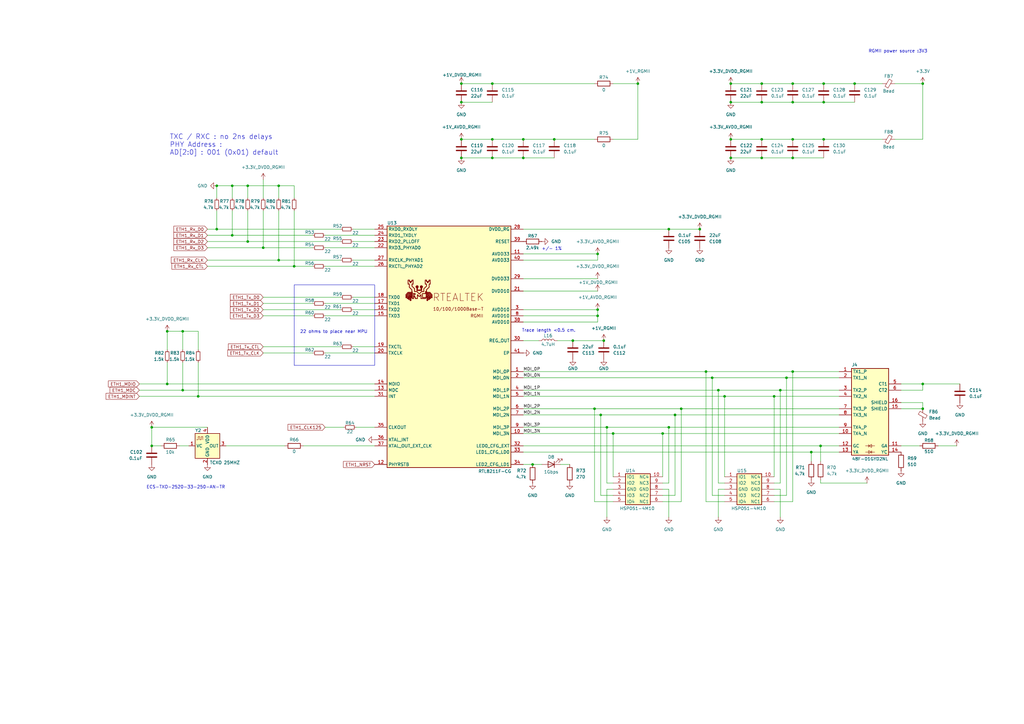
<source format=kicad_sch>
(kicad_sch (version 20250114) (generator "eeschema") (generator_version "9.0")
  (paper "A3")
  (title_block (title "ETHERNET") (date "2025-01-21") (rev "1.0") (company "Robotics"))
  (rectangle (start 120.65 116.84) (end 153.67 149.86))
  (text "22 ohms to place near MPU" (at 136.906 136.144 0) (effects (font (size 1.27 1.27))))
  (text "+/- 1%" (at 226.314 102.108 0) (effects (font (size 1.27 1.27))))
  (text "RGMII power source :3V3" (at 368.3 21.082 0) (effects (font (size 1.27 1.27))))
  (text "ECS-TXO-2520-33-250-AN-TR" (at 76.2 199.898 0) (effects (font (size 1.27 1.27))))
  (text "Trace length <0.5 cm." (at 225.044 135.636 0) (effects (font (size 1.27 1.27))))
  (text "TXC / RXC : no 2ns delays\nPHY Address :\nAD[2:0] : 001 (0x01) default" (at 69.596 59.436 0) (effects (font (size 2 2)) (justify left)))
  (junction (at 261.62 34.29))
  (junction (at 246.38 170.18))
  (junction (at 299.72 34.29))
  (junction (at 88.9 76.2))
  (junction (at 189.23 64.77))
  (junction (at 274.32 93.98))
  (junction (at 101.6 76.2))
  (junction (at 337.82 41.91))
  (junction (at 322.58 154.94))
  (junction (at 350.52 34.29))
  (junction (at 218.44 190.5))
  (junction (at 201.93 57.15))
  (junction (at 247.65 139.7))
  (junction (at 120.65 109.22))
  (junction (at 189.23 34.29))
  (junction (at 74.93 160.02))
  (junction (at 245.11 129.54))
  (junction (at 251.46 177.8))
  (junction (at 325.12 34.29))
  (junction (at 245.11 127))
  (junction (at 325.12 64.77))
  (junction (at 292.1 154.94))
  (junction (at 337.82 34.29))
  (junction (at 62.23 175.26))
  (junction (at 276.86 170.18))
  (junction (at 325.12 152.4))
  (junction (at 234.95 139.7))
  (junction (at 68.58 157.48))
  (junction (at 189.23 57.15))
  (junction (at 378.46 157.48))
  (junction (at 287.02 93.98))
  (junction (at 201.93 64.77))
  (junction (at 299.72 57.15))
  (junction (at 378.46 167.64))
  (junction (at 325.12 41.91))
  (junction (at 74.93 135.89))
  (junction (at 320.04 160.02))
  (junction (at 114.3 76.2))
  (junction (at 337.82 57.15))
  (junction (at 274.32 175.26))
  (junction (at 312.42 57.15))
  (junction (at 214.63 64.77))
  (junction (at 107.95 101.6))
  (junction (at 245.11 104.14))
  (junction (at 297.18 162.56))
  (junction (at 227.33 57.15))
  (junction (at 317.5 162.56))
  (junction (at 95.25 96.52))
  (junction (at 88.9 93.98))
  (junction (at 332.74 185.42))
  (junction (at 114.3 106.68))
  (junction (at 325.12 57.15))
  (junction (at 81.28 162.56))
  (junction (at 336.55 182.88))
  (junction (at 279.4 167.64))
  (junction (at 299.72 64.77))
  (junction (at 312.42 64.77))
  (junction (at 312.42 34.29))
  (junction (at 248.92 175.26))
  (junction (at 189.23 41.91))
  (junction (at 68.58 135.89))
  (junction (at 312.42 41.91))
  (junction (at 294.64 160.02))
  (junction (at 299.72 41.91))
  (junction (at 378.46 34.29))
  (junction (at 271.78 177.8))
  (junction (at 201.93 34.29))
  (junction (at 214.63 57.15))
  (junction (at 95.25 76.2))
  (junction (at 62.23 182.88))
  (junction (at 101.6 99.06))
  (junction (at 243.84 167.64))
  (junction (at 289.56 152.4))
  (wire (pts (xy 228.6 139.7) (xy 234.95 139.7)))
  (wire (pts (xy 317.5 162.56) (xy 317.5 195.58)))
  (wire (pts (xy 85.09 101.6) (xy 107.95 101.6)))
  (wire (pts (xy 251.46 205.74) (xy 243.84 205.74)))
  (wire (pts (xy 325.12 41.91) (xy 337.82 41.91)))
  (wire (pts (xy 251.46 34.29) (xy 261.62 34.29)))
  (wire (pts (xy 271.78 200.66) (xy 274.32 200.66)))
  (wire (pts (xy 114.3 76.2) (xy 120.65 76.2)))
  (wire (pts (xy 88.9 76.2) (xy 88.9 81.28)))
  (wire (pts (xy 144.78 93.98) (xy 153.67 93.98)))
  (wire (pts (xy 74.93 135.89) (xy 81.28 135.89)))
  (wire (pts (xy 62.23 182.88) (xy 66.04 182.88)))
  (wire (pts (xy 189.23 41.91) (xy 201.93 41.91)))
  (wire (pts (xy 133.35 144.78) (xy 153.67 144.78)))
  (wire (pts (xy 292.1 154.94) (xy 322.58 154.94)))
  (wire (pts (xy 133.35 96.52) (xy 153.67 96.52)))
  (wire (pts (xy 214.63 127) (xy 245.11 127)))
  (wire (pts (xy 214.63 104.14) (xy 245.11 104.14)))
  (wire (pts (xy 88.9 86.36) (xy 88.9 93.98)))
  (wire (pts (xy 133.35 124.46) (xy 153.67 124.46)))
  (wire (pts (xy 114.3 86.36) (xy 114.3 106.68)))
  (wire (pts (xy 214.63 132.08) (xy 245.11 132.08)))
  (wire (pts (xy 234.95 139.7) (xy 247.65 139.7)))
  (wire (pts (xy 153.67 182.88) (xy 124.46 182.88)))
  (wire (pts (xy 369.57 182.88) (xy 377.19 182.88)))
  (wire (pts (xy 378.46 165.1) (xy 378.46 167.64)))
  (wire (pts (xy 337.82 57.15) (xy 361.95 57.15)))
  (wire (pts (xy 68.58 148.59) (xy 68.58 157.48)))
  (wire (pts (xy 214.63 170.18) (xy 246.38 170.18)))
  (wire (pts (xy 276.86 170.18) (xy 344.17 170.18)))
  (wire (pts (xy 227.33 57.15) (xy 243.84 57.15)))
  (wire (pts (xy 81.28 162.56) (xy 153.67 162.56)))
  (wire (pts (xy 107.95 121.92) (xy 139.7 121.92)))
  (wire (pts (xy 320.04 200.66) (xy 320.04 212.09)))
  (wire (pts (xy 251.46 198.12) (xy 248.92 198.12)))
  (wire (pts (xy 95.25 76.2) (xy 95.25 81.28)))
  (wire (pts (xy 107.95 129.54) (xy 128.27 129.54)))
  (wire (pts (xy 95.25 86.36) (xy 95.25 96.52)))
  (wire (pts (xy 107.95 142.24) (xy 139.7 142.24)))
  (wire (pts (xy 57.15 160.02) (xy 74.93 160.02)))
  (wire (pts (xy 378.46 34.29) (xy 378.46 57.15)))
  (wire (pts (xy 320.04 160.02) (xy 344.17 160.02)))
  (wire (pts (xy 81.28 148.59) (xy 81.28 162.56)))
  (wire (pts (xy 320.04 198.12) (xy 320.04 160.02)))
  (wire (pts (xy 101.6 81.28) (xy 101.6 76.2)))
  (wire (pts (xy 57.15 162.56) (xy 81.28 162.56)))
  (wire (pts (xy 274.32 200.66) (xy 274.32 212.09)))
  (wire (pts (xy 62.23 175.26) (xy 85.09 175.26)))
  (wire (pts (xy 378.46 167.64) (xy 369.57 167.64)))
  (wire (pts (xy 245.11 106.68) (xy 245.11 104.14)))
  (wire (pts (xy 92.71 182.88) (xy 116.84 182.88)))
  (wire (pts (xy 292.1 203.2) (xy 292.1 154.94)))
  (wire (pts (xy 251.46 203.2) (xy 246.38 203.2)))
  (wire (pts (xy 337.82 34.29) (xy 350.52 34.29)))
  (wire (pts (xy 245.11 129.54) (xy 245.11 127)))
  (wire (pts (xy 85.09 109.22) (xy 120.65 109.22)))
  (wire (pts (xy 271.78 203.2) (xy 276.86 203.2)))
  (wire (pts (xy 107.95 124.46) (xy 128.27 124.46)))
  (wire (pts (xy 114.3 76.2) (xy 114.3 81.28)))
  (wire (pts (xy 201.93 57.15) (xy 214.63 57.15)))
  (wire (pts (xy 289.56 205.74) (xy 289.56 152.4)))
  (wire (pts (xy 214.63 154.94) (xy 292.1 154.94)))
  (wire (pts (xy 214.63 119.38) (xy 245.11 119.38)))
  (wire (pts (xy 317.5 200.66) (xy 320.04 200.66)))
  (wire (pts (xy 312.42 34.29) (xy 325.12 34.29)))
  (wire (pts (xy 325.12 34.29) (xy 337.82 34.29)))
  (wire (pts (xy 133.35 101.6) (xy 153.67 101.6)))
  (wire (pts (xy 107.95 86.36) (xy 107.95 101.6)))
  (wire (pts (xy 274.32 198.12) (xy 274.32 175.26)))
  (wire (pts (xy 189.23 64.77) (xy 201.93 64.77)))
  (wire (pts (xy 120.65 86.36) (xy 120.65 109.22)))
  (wire (pts (xy 120.65 81.28) (xy 120.65 76.2)))
  (wire (pts (xy 378.46 157.48) (xy 378.46 160.02)))
  (wire (pts (xy 73.66 182.88) (xy 77.47 182.88)))
  (wire (pts (xy 189.23 34.29) (xy 201.93 34.29)))
  (wire (pts (xy 322.58 154.94) (xy 344.17 154.94)))
  (wire (pts (xy 297.18 162.56) (xy 317.5 162.56)))
  (wire (pts (xy 378.46 160.02) (xy 369.57 160.02)))
  (wire (pts (xy 68.58 157.48) (xy 153.67 157.48)))
  (wire (pts (xy 85.09 106.68) (xy 114.3 106.68)))
  (wire (pts (xy 299.72 64.77) (xy 312.42 64.77)))
  (wire (pts (xy 133.35 175.26) (xy 140.97 175.26)))
  (wire (pts (xy 68.58 135.89) (xy 68.58 143.51)))
  (wire (pts (xy 144.78 106.68) (xy 153.67 106.68)))
  (wire (pts (xy 107.95 101.6) (xy 128.27 101.6)))
  (wire (pts (xy 246.38 203.2) (xy 246.38 170.18)))
  (wire (pts (xy 350.52 34.29) (xy 361.95 34.29)))
  (wire (pts (xy 214.63 160.02) (xy 294.64 160.02)))
  (wire (pts (xy 294.64 200.66) (xy 294.64 212.09)))
  (wire (pts (xy 214.63 175.26) (xy 248.92 175.26)))
  (wire (pts (xy 317.5 198.12) (xy 320.04 198.12)))
  (wire (pts (xy 297.18 203.2) (xy 292.1 203.2)))
  (wire (pts (xy 312.42 57.15) (xy 325.12 57.15)))
  (wire (pts (xy 274.32 175.26) (xy 344.17 175.26)))
  (wire (pts (xy 214.63 177.8) (xy 251.46 177.8)))
  (wire (pts (xy 101.6 99.06) (xy 139.7 99.06)))
  (wire (pts (xy 261.62 34.29) (xy 261.62 57.15)))
  (wire (pts (xy 248.92 198.12) (xy 248.92 175.26)))
  (wire (pts (xy 271.78 177.8) (xy 344.17 177.8)))
  (wire (pts (xy 81.28 135.89) (xy 81.28 143.51)))
  (wire (pts (xy 214.63 93.98) (xy 274.32 93.98)))
  (wire (pts (xy 322.58 203.2) (xy 322.58 154.94)))
  (wire (pts (xy 95.25 76.2) (xy 101.6 76.2)))
  (wire (pts (xy 294.64 160.02) (xy 320.04 160.02)))
  (wire (pts (xy 243.84 167.64) (xy 279.4 167.64)))
  (wire (pts (xy 189.23 57.15) (xy 201.93 57.15)))
  (wire (pts (xy 214.63 182.88) (xy 336.55 182.88)))
  (wire (pts (xy 336.55 182.88) (xy 344.17 182.88)))
  (wire (pts (xy 74.93 148.59) (xy 74.93 160.02)))
  (wire (pts (xy 299.72 34.29) (xy 312.42 34.29)))
  (wire (pts (xy 384.81 182.88) (xy 392.43 182.88)))
  (wire (pts (xy 95.25 96.52) (xy 128.27 96.52)))
  (wire (pts (xy 85.09 93.98) (xy 88.9 93.98)))
  (wire (pts (xy 276.86 203.2) (xy 276.86 170.18)))
  (wire (pts (xy 294.64 200.66) (xy 297.18 200.66)))
  (wire (pts (xy 214.63 190.5) (xy 218.44 190.5)))
  (wire (pts (xy 107.95 144.78) (xy 128.27 144.78)))
  (wire (pts (xy 62.23 175.26) (xy 62.23 182.88)))
  (wire (pts (xy 133.35 109.22) (xy 153.67 109.22)))
  (wire (pts (xy 245.11 132.08) (xy 245.11 129.54)))
  (wire (pts (xy 336.55 182.88) (xy 336.55 189.23)))
  (wire (pts (xy 214.63 139.7) (xy 220.98 139.7)))
  (wire (pts (xy 367.03 57.15) (xy 378.46 57.15)))
  (wire (pts (xy 107.95 127) (xy 139.7 127)))
  (wire (pts (xy 317.5 162.56) (xy 344.17 162.56)))
  (wire (pts (xy 294.64 198.12) (xy 294.64 160.02)))
  (wire (pts (xy 85.09 99.06) (xy 101.6 99.06)))
  (wire (pts (xy 248.92 175.26) (xy 274.32 175.26)))
  (wire (pts (xy 57.15 157.48) (xy 68.58 157.48)))
  (wire (pts (xy 325.12 205.74) (xy 325.12 152.4)))
  (wire (pts (xy 325.12 152.4) (xy 344.17 152.4)))
  (wire (pts (xy 120.65 109.22) (xy 128.27 109.22)))
  (wire (pts (xy 325.12 64.77) (xy 337.82 64.77)))
  (wire (pts (xy 144.78 142.24) (xy 153.67 142.24)))
  (wire (pts (xy 214.63 167.64) (xy 243.84 167.64)))
  (wire (pts (xy 214.63 64.77) (xy 227.33 64.77)))
  (wire (pts (xy 271.78 198.12) (xy 274.32 198.12)))
  (wire (pts (xy 248.92 200.66) (xy 248.92 212.09)))
  (wire (pts (xy 271.78 177.8) (xy 271.78 195.58)))
  (wire (pts (xy 214.63 106.68) (xy 245.11 106.68)))
  (wire (pts (xy 251.46 177.8) (xy 271.78 177.8)))
  (wire (pts (xy 246.38 170.18) (xy 276.86 170.18)))
  (wire (pts (xy 279.4 205.74) (xy 279.4 167.64)))
  (wire (pts (xy 214.63 185.42) (xy 332.74 185.42)))
  (wire (pts (xy 251.46 200.66) (xy 248.92 200.66)))
  (wire (pts (xy 355.6 198.12) (xy 336.55 198.12)))
  (wire (pts (xy 299.72 57.15) (xy 312.42 57.15)))
  (wire (pts (xy 229.87 190.5) (xy 233.68 190.5)))
  (wire (pts (xy 332.74 185.42) (xy 344.17 185.42)))
  (wire (pts (xy 214.63 114.3) (xy 245.11 114.3)))
  (wire (pts (xy 317.5 203.2) (xy 322.58 203.2)))
  (wire (pts (xy 95.25 76.2) (xy 88.9 76.2)))
  (wire (pts (xy 133.35 129.54) (xy 153.67 129.54)))
  (wire (pts (xy 101.6 86.36) (xy 101.6 99.06)))
  (wire (pts (xy 271.78 205.74) (xy 279.4 205.74)))
  (wire (pts (xy 378.46 157.48) (xy 393.7 157.48)))
  (wire (pts (xy 201.93 64.77) (xy 214.63 64.77)))
  (wire (pts (xy 251.46 177.8) (xy 251.46 195.58)))
  (wire (pts (xy 214.63 152.4) (xy 289.56 152.4)))
  (wire (pts (xy 243.84 167.64) (xy 243.84 205.74)))
  (wire (pts (xy 312.42 64.77) (xy 325.12 64.77)))
  (wire (pts (xy 279.4 167.64) (xy 344.17 167.64)))
  (wire (pts (xy 74.93 160.02) (xy 153.67 160.02)))
  (wire (pts (xy 367.03 34.29) (xy 378.46 34.29)))
  (wire (pts (xy 297.18 205.74) (xy 289.56 205.74)))
  (wire (pts (xy 274.32 93.98) (xy 287.02 93.98)))
  (wire (pts (xy 261.62 57.15) (xy 251.46 57.15)))
  (wire (pts (xy 214.63 129.54) (xy 245.11 129.54)))
  (wire (pts (xy 144.78 121.92) (xy 153.67 121.92)))
  (wire (pts (xy 336.55 196.85) (xy 336.55 198.12)))
  (wire (pts (xy 317.5 205.74) (xy 325.12 205.74)))
  (wire (pts (xy 369.57 157.48) (xy 378.46 157.48)))
  (wire (pts (xy 332.74 185.42) (xy 332.74 189.23)))
  (wire (pts (xy 325.12 57.15) (xy 337.82 57.15)))
  (wire (pts (xy 74.93 135.89) (xy 74.93 143.51)))
  (wire (pts (xy 214.63 57.15) (xy 227.33 57.15)))
  (wire (pts (xy 114.3 106.68) (xy 139.7 106.68)))
  (wire (pts (xy 88.9 93.98) (xy 139.7 93.98)))
  (wire (pts (xy 214.63 162.56) (xy 297.18 162.56)))
  (wire (pts (xy 107.95 73.66) (xy 107.95 81.28)))
  (wire (pts (xy 85.09 96.52) (xy 95.25 96.52)))
  (wire (pts (xy 337.82 41.91) (xy 350.52 41.91)))
  (wire (pts (xy 369.57 165.1) (xy 378.46 165.1)))
  (wire (pts (xy 299.72 41.91) (xy 312.42 41.91)))
  (wire (pts (xy 144.78 99.06) (xy 153.67 99.06)))
  (wire (pts (xy 297.18 162.56) (xy 297.18 195.58)))
  (wire (pts (xy 312.42 41.91) (xy 325.12 41.91)))
  (wire (pts (xy 201.93 34.29) (xy 243.84 34.29)))
  (wire (pts (xy 101.6 76.2) (xy 114.3 76.2)))
  (wire (pts (xy 218.44 190.5) (xy 222.25 190.5)))
  (wire (pts (xy 146.05 175.26) (xy 153.67 175.26)))
  (wire (pts (xy 68.58 135.89) (xy 74.93 135.89)))
  (wire (pts (xy 297.18 198.12) (xy 294.64 198.12)))
  (wire (pts (xy 144.78 127) (xy 153.67 127)))
  (wire (pts (xy 289.56 152.4) (xy 325.12 152.4)))
  (label "MDI_0N" (at 214.63 154.94 0))
  (label "MDI_1N" (at 214.63 162.56 0))
  (label "MDI_0P" (at 214.63 152.4 0))
  (label "MDI_2P" (at 214.63 167.64 0))
  (label "MDI_2N" (at 214.63 170.18 0))
  (label "MDI_3P" (at 214.63 175.26 0))
  (label "MDI_3N" (at 214.63 177.8 0))
  (label "MDI_1P" (at 214.63 160.02 0))
  (global_label "ETH1_Rx_CLK" (shape input) (at 85.09 106.68 180) (property "Intersheetrefs" "${INTERSHEET_REFS}" (effects (hide yes))))
  (global_label "ETH1_Tx_CLK" (shape input) (at 107.95 144.78 180) (property "Intersheetrefs" "${INTERSHEET_REFS}" (effects (hide yes))))
  (global_label "ETH1_Tx_D0" (shape input) (at 107.95 121.92 180) (property "Intersheetrefs" "${INTERSHEET_REFS}" (effects (hide yes))))
  (global_label "ETH1_CLK125" (shape input) (at 133.35 175.26 180) (property "Intersheetrefs" "${INTERSHEET_REFS}" (effects (hide yes))))
  (global_label "ETH1_MDC" (shape input) (at 57.15 160.02 180) (property "Intersheetrefs" "${INTERSHEET_REFS}" (effects (hide yes))))
  (global_label "ETH1_Tx_D2" (shape input) (at 107.95 127 180) (property "Intersheetrefs" "${INTERSHEET_REFS}" (effects (hide yes))))
  (global_label "ETH1_Rx_D0" (shape input) (at 85.09 93.98 180) (property "Intersheetrefs" "${INTERSHEET_REFS}" (effects (hide yes))))
  (global_label "ETH1_Tx_CTL" (shape input) (at 107.95 142.24 180) (property "Intersheetrefs" "${INTERSHEET_REFS}" (effects (hide yes))))
  (global_label "ETH1_MDINT" (shape input) (at 57.15 162.56 180) (property "Intersheetrefs" "${INTERSHEET_REFS}" (effects (hide yes))))
  (global_label "ETH1_Rx_CTL" (shape input) (at 85.09 109.22 180) (property "Intersheetrefs" "${INTERSHEET_REFS}" (effects (hide yes))))
  (global_label "ETH1_Tx_D3" (shape input) (at 107.95 129.54 180) (property "Intersheetrefs" "${INTERSHEET_REFS}" (effects (hide yes))))
  (global_label "ETH1_Rx_D2" (shape input) (at 85.09 99.06 180) (property "Intersheetrefs" "${INTERSHEET_REFS}" (effects (hide yes))))
  (global_label "ETH1_NRST" (shape input) (at 153.67 190.5 180) (property "Intersheetrefs" "${INTERSHEET_REFS}" (effects (hide yes))))
  (global_label "ETH1_MDIO" (shape input) (at 57.15 157.48 180) (property "Intersheetrefs" "${INTERSHEET_REFS}" (effects (hide yes))))
  (global_label "ETH1_Tx_D1" (shape input) (at 107.95 124.46 180) (property "Intersheetrefs" "${INTERSHEET_REFS}" (effects (hide yes))))
  (global_label "ETH1_Rx_D1" (shape input) (at 85.09 96.52 180) (property "Intersheetrefs" "${INTERSHEET_REFS}" (effects (hide yes))))
  (global_label "ETH1_Rx_D3" (shape input) (at 85.09 101.6 180) (property "Intersheetrefs" "${INTERSHEET_REFS}" (effects (hide yes))))
  (symbol (lib_id "power:+3.3V") (at 245.11 104.14 0) (mirror y) (unit 1)
    (property "Reference" "#PWR0193" (effects (hide yes)))
    (property "Value" "+3.3V_AVDD_RGMII" (at 245.11 99.06 0))
    (property "Description" "Power symbol creates a global label with name \"+3.3V\"" (effects (hide yes)))
  )
  (symbol (lib_id "power:GND") (at 274.32 101.6 0) (mirror y) (unit 1)
    (property "Reference" "#PWR0189" (effects (hide yes)))
    (property "Value" "GND" (at 274.32 106.68 0))
    (property "Description" "Power symbol creates a global label with name \"GND\" , ground" (effects (hide yes)))
  )
  (symbol (lib_id "Device:R_Small") (at 95.25 83.82 0) (mirror y) (unit 1)
    (property "Reference" "R77" (at 93.98 82.55 0) (effects (justify left)))
    (property "Value" "4.7k" (at 93.98 85.09 0) (effects (justify left)))
    (property "Footprint" "Resistor_SMD:R_0603_1608Metric" (effects (hide yes)))
    (property "Description" "Resistor, small symbol" (effects (hide yes)))
  )
  (symbol (lib_id "power:GND") (at 369.57 193.04 0) (unit 1)
    (property "Reference" "#PWR0202" (effects (hide yes)))
    (property "Value" "GND" (at 369.57 198.12 0))
    (property "Description" "Power symbol creates a global label with name \"GND\" , ground" (effects (hide yes)))
  )
  (symbol (lib_id "Device:C") (at 287.02 97.79 180) (unit 1)
    (property "Reference" "C108" (at 290.83 99.0601 0) (effects (justify right)))
    (property "Value" "22uF" (at 290.83 96.5201 0) (effects (justify right)))
    (property "Footprint" "Capacitor_SMD:C_1206_3216Metric" (effects (hide yes)))
    (property "Description" "Unpolarized capacitor" (effects (hide yes)))
  )
  (symbol (lib_id "power:GND") (at 218.44 198.12 0) (unit 1)
    (property "Reference" "#PWR0206" (effects (hide yes)))
    (property "Value" "GND" (at 218.44 203.2 0))
    (property "Description" "Power symbol creates a global label with name \"GND\" , ground" (effects (hide yes)))
  )
  (symbol (lib_id "Device:R_Small") (at 130.81 109.22 90) (unit 1)
    (property "Reference" "R56" (at 127 107.95 90))
    (property "Value" "22" (at 134.366 110.744 90))
    (property "Footprint" "Resistor_SMD:R_0603_1608Metric" (effects (hide yes)))
    (property "Description" "Resistor, small symbol" (effects (hide yes)))
  )
  (symbol (lib_id "Device:C") (at 247.65 143.51 180) (unit 1)
    (property "Reference" "C112" (at 251.46 144.7801 0) (effects (justify right)))
    (property "Value" "0.1uF" (at 251.46 142.2401 0) (effects (justify right)))
    (property "Footprint" "Capacitor_SMD:C_0603_1608Metric" (effects (hide yes)))
    (property "Description" "Unpolarized capacitor" (effects (hide yes)))
  )
  (symbol (lib_id "MY_PHY:RTL8211F-CG") (at 153.67 93.98 0) (unit 1)
    (property "Reference" "U13" (at 160.782 91.44 0))
    (property "Value" "RTL8211F-CG" (at 202.946 193.294 0))
    (property "Footprint" "Package_DFN_QFN:QFN-40-1EP_5x5mm_P0.4mm_EP3.8x3.8mm" (effects (hide yes)))
  )
  (symbol (lib_name "HSP051-4M10_1") (lib_id "MY_ESD:HSP051-4M10") (at 251.46 195.58 0) (unit 1)
    (property "Reference" "U14" (at 258.572 193.04 0))
    (property "Value" "HSP051-4M10" (at 261.366 208.534 0))
    (property "Footprint" "HSP051-4M10:HSP0514M10" (effects (hide yes)))
    (property "Datasheet" "https://www.st.com/content/ccc/resource/technical/document/datasheet/44/a6/63/a5/b3/ae/4e/01/DM00089476.pdf/files/DM00089476.pdf/jcr:content/translations/en.DM00089476.pdf" (effects (hide yes)))
    (property "Description" "4-line ESD protection for high speed lines" (effects (hide yes)))
  )
  (symbol (lib_id "power:GND") (at 299.72 41.91 0) (mirror y) (unit 1)
    (property "Reference" "#PWR0214" (effects (hide yes)))
    (property "Value" "GND" (at 299.72 46.99 0))
    (property "Description" "Power symbol creates a global label with name \"GND\" , ground" (effects (hide yes)))
  )
  (symbol (lib_id "Device:C") (at 214.63 60.96 0) (unit 1)
    (property "Reference" "C117" (at 218.44 59.6899 0) (effects (justify left)))
    (property "Value" "0.1uF" (at 218.44 62.2299 0) (effects (justify left)))
    (property "Footprint" "Capacitor_SMD:C_0603_1608Metric" (effects (hide yes)))
    (property "Description" "Unpolarized capacitor" (effects (hide yes)))
  )
  (symbol (lib_id "power:GND") (at 287.02 101.6 0) (mirror y) (unit 1)
    (property "Reference" "#PWR0190" (effects (hide yes)))
    (property "Value" "GND" (at 287.02 106.68 0))
    (property "Description" "Power symbol creates a global label with name \"GND\" , ground" (effects (hide yes)))
  )
  (symbol (lib_id "power:+3.3V") (at 245.11 119.38 0) (mirror y) (unit 1)
    (property "Reference" "#PWR0195" (effects (hide yes)))
    (property "Value" "+1V_DVDD_RGMII" (at 245.364 115.824 0))
    (property "Description" "Power symbol creates a global label with name \"+3.3V\"" (effects (hide yes)))
  )
  (symbol (lib_id "Device:FerriteBead_Small") (at 364.49 57.15 90) (unit 1)
    (property "Reference" "FB8" (at 364.49 54.102 90))
    (property "Value" "Bead" (at 364.49 60.198 90))
    (property "Footprint" "Inductor_SMD:L_0805_2012Metric" (effects (hide yes)))
    (property "Description" "Ferrite bead, small symbol" (effects (hide yes)))
  )
  (symbol (lib_id "Device:R_Small") (at 130.81 101.6 90) (unit 1)
    (property "Reference" "R54" (at 127 100.33 90))
    (property "Value" "22" (at 134.366 103.124 90))
    (property "Footprint" "Resistor_SMD:R_0603_1608Metric" (effects (hide yes)))
    (property "Description" "Resistor, small symbol" (effects (hide yes)))
  )
  (symbol (lib_id "Device:C") (at 189.23 60.96 0) (unit 1)
    (property "Reference" "C119" (at 193.04 59.6899 0) (effects (justify left)))
    (property "Value" "22uF" (at 193.04 62.2299 0) (effects (justify left)))
    (property "Footprint" "Capacitor_SMD:C_1206_3216Metric" (effects (hide yes)))
    (property "Description" "Unpolarized capacitor" (effects (hide yes)))
  )
  (symbol (lib_id "Device:R_Small") (at 142.24 127 90) (unit 1)
    (property "Reference" "R61" (at 138.43 125.73 90))
    (property "Value" "22" (at 145.796 128.524 90))
    (property "Footprint" "Resistor_SMD:R_0603_1608Metric" (effects (hide yes)))
    (property "Description" "Resistor, small symbol" (effects (hide yes)))
  )
  (symbol (lib_id "Device:R_Small") (at 130.81 144.78 90) (unit 1)
    (property "Reference" "R62" (at 127 143.51 90))
    (property "Value" "22" (at 134.366 146.304 90))
    (property "Footprint" "Resistor_SMD:R_0603_1608Metric" (effects (hide yes)))
    (property "Description" "Resistor, small symbol" (effects (hide yes)))
  )
  (symbol (lib_id "Device:R_Small") (at 142.24 99.06 90) (unit 1)
    (property "Reference" "R55" (at 138.43 97.79 90))
    (property "Value" "22" (at 145.796 100.584 90))
    (property "Footprint" "Resistor_SMD:R_0603_1608Metric" (effects (hide yes)))
    (property "Description" "Resistor, small symbol" (effects (hide yes)))
  )
  (symbol (lib_id "Device:R") (at 332.74 193.04 0) (mirror x) (unit 1)
    (property "Reference" "R71" (at 330.2 191.7699 0) (effects (justify right)))
    (property "Value" "4.7k" (at 330.2 194.3099 0) (effects (justify right)))
    (property "Footprint" "Resistor_SMD:R_0603_1608Metric" (effects (hide yes)))
    (property "Description" "Resistor" (effects (hide yes)))
  )
  (symbol (lib_id "Device:L") (at 224.79 139.7 90) (unit 1)
    (property "Reference" "L16" (at 224.79 137.668 90))
    (property "Value" "4.7uH" (at 224.79 141.224 90))
    (property "Footprint" "Inductor_SMD:L_0805_2012Metric" (effects (hide yes)))
    (property "Description" "Inductor" (effects (hide yes)))
  )
  (symbol (lib_id "Device:R_Small") (at 68.58 146.05 0) (mirror y) (unit 1)
    (property "Reference" "R82" (at 67.31 144.78 0) (effects (justify left)))
    (property "Value" "1.5k" (at 67.31 147.32 0) (effects (justify left)))
    (property "Footprint" "Resistor_SMD:R_0603_1608Metric" (effects (hide yes)))
    (property "Description" "Resistor, small symbol" (effects (hide yes)))
  )
  (symbol (lib_id "power:+3.3V") (at 378.46 34.29 0) (unit 1)
    (property "Reference" "#PWR0217" (effects (hide yes)))
    (property "Value" "+3.3V" (at 378.46 29.21 0))
    (property "Description" "Power symbol creates a global label with name \"+3.3V\"" (effects (hide yes)))
  )
  (symbol (lib_id "Device:R") (at 120.65 182.88 270) (mirror x) (unit 1)
    (property "Reference" "R66" (at 120.65 180.34 90))
    (property "Value" "0" (at 120.65 185.166 90))
    (property "Footprint" "Resistor_SMD:R_0603_1608Metric" (effects (hide yes)))
    (property "Description" "Resistor" (effects (hide yes)))
  )
  (symbol (lib_id "power:+3.3V") (at 245.11 114.3 0) (mirror y) (unit 1)
    (property "Reference" "#PWR0194" (effects (hide yes)))
    (property "Value" "+3.3V_DVDD_RGMII" (at 245.11 109.22 0))
    (property "Description" "Power symbol creates a global label with name \"+3.3V\"" (effects (hide yes)))
  )
  (symbol (lib_id "Device:C") (at 325.12 60.96 0) (unit 1)
    (property "Reference" "C125" (at 328.93 59.6899 0) (effects (justify left)))
    (property "Value" "0.1uF" (at 328.93 62.2299 0) (effects (justify left)))
    (property "Footprint" "Capacitor_SMD:C_0603_1608Metric" (effects (hide yes)))
    (property "Description" "Unpolarized capacitor" (effects (hide yes)))
  )
  (symbol (lib_id "power:GND") (at 222.25 99.06 90) (unit 1)
    (property "Reference" "#PWR0192" (effects (hide yes)))
    (property "Value" "GND" (at 226.06 99.0599 90) (effects (justify right)))
    (property "Description" "Power symbol creates a global label with name \"GND\" , ground" (effects (hide yes)))
  )
  (symbol (lib_id "Device:R_Small") (at 142.24 142.24 90) (unit 1)
    (property "Reference" "R63" (at 138.43 140.97 90))
    (property "Value" "22" (at 145.796 143.764 90))
    (property "Footprint" "Resistor_SMD:R_0603_1608Metric" (effects (hide yes)))
    (property "Description" "Resistor, small symbol" (effects (hide yes)))
  )
  (symbol (lib_id "Device:R") (at 247.65 57.15 90) (unit 1)
    (property "Reference" "R75" (at 247.65 54.61 90))
    (property "Value" "0" (at 247.65 59.69 90))
    (property "Footprint" "Resistor_SMD:R_0603_1608Metric" (effects (hide yes)))
    (property "Description" "Resistor" (effects (hide yes)))
  )
  (symbol (lib_id "Device:R") (at 369.57 189.23 180) (unit 1)
    (property "Reference" "R69" (at 372.11 187.9599 0) (effects (justify right)))
    (property "Value" "510" (at 372.11 190.4999 0) (effects (justify right)))
    (property "Footprint" "Resistor_SMD:R_0603_1608Metric" (effects (hide yes)))
    (property "Description" "Resistor" (effects (hide yes)))
  )
  (symbol (lib_id "power:GND") (at 274.32 212.09 0) (mirror y) (unit 1)
    (property "Reference" "#PWR0223" (effects (hide yes)))
    (property "Value" "GND" (at 274.32 217.17 0))
    (property "Description" "Power symbol creates a global label with name \"GND\" , ground" (effects (hide yes)))
  )
  (symbol (lib_id "Device:R_Small") (at 88.9 83.82 0) (mirror y) (unit 1)
    (property "Reference" "R76" (at 87.63 82.55 0) (effects (justify left)))
    (property "Value" "4.7k" (at 87.63 85.09 0) (effects (justify left)))
    (property "Footprint" "Resistor_SMD:R_0603_1608Metric" (effects (hide yes)))
    (property "Description" "Resistor, small symbol" (effects (hide yes)))
  )
  (symbol (lib_id "Device:C") (at 299.72 38.1 0) (unit 1)
    (property "Reference" "C121" (at 303.53 36.8299 0) (effects (justify left)))
    (property "Value" "22uF" (at 303.53 39.3699 0) (effects (justify left)))
    (property "Footprint" "Capacitor_SMD:C_1206_3216Metric" (effects (hide yes)))
    (property "Description" "Unpolarized capacitor" (effects (hide yes)))
  )
  (symbol (lib_id "Device:R_Small") (at 107.95 83.82 0) (mirror y) (unit 1)
    (property "Reference" "R79" (at 106.68 82.55 0) (effects (justify left)))
    (property "Value" "4.7k" (at 106.68 85.09 0) (effects (justify left)))
    (property "Footprint" "Resistor_SMD:R_0603_1608Metric" (effects (hide yes)))
    (property "Description" "Resistor, small symbol" (effects (hide yes)))
  )
  (symbol (lib_id "Device:R_Small") (at 81.28 146.05 0) (mirror y) (unit 1)
    (property "Reference" "R84" (at 80.01 144.78 0) (effects (justify left)))
    (property "Value" "1.5k" (at 80.01 147.32 0) (effects (justify left)))
    (property "Footprint" "Resistor_SMD:R_0603_1608Metric" (effects (hide yes)))
    (property "Description" "Resistor, small symbol" (effects (hide yes)))
  )
  (symbol (lib_id "Device:C") (at 312.42 60.96 0) (unit 1)
    (property "Reference" "C124" (at 316.23 59.6899 0) (effects (justify left)))
    (property "Value" "0.1uF" (at 316.23 62.2299 0) (effects (justify left)))
    (property "Footprint" "Capacitor_SMD:C_0603_1608Metric" (effects (hide yes)))
    (property "Description" "Unpolarized capacitor" (effects (hide yes)))
  )
  (symbol (lib_id "Device:C") (at 274.32 97.79 180) (unit 1)
    (property "Reference" "C105" (at 278.13 99.0601 0) (effects (justify right)))
    (property "Value" "0.1uF" (at 278.13 96.5201 0) (effects (justify right)))
    (property "Footprint" "Capacitor_SMD:C_0603_1608Metric" (effects (hide yes)))
    (property "Description" "Unpolarized capacitor" (effects (hide yes)))
  )
  (symbol (lib_id "power:+3.3V") (at 189.23 34.29 0) (mirror y) (unit 1)
    (property "Reference" "#PWR0211" (effects (hide yes)))
    (property "Value" "+1V_DVDD_RGMII" (at 189.484 30.734 0))
    (property "Description" "Power symbol creates a global label with name \"+3.3V\"" (effects (hide yes)))
  )
  (symbol (lib_id "power:GND") (at 85.09 190.5 0) (unit 1)
    (property "Reference" "#PWR0188" (effects (hide yes)))
    (property "Value" "GND" (at 85.09 195.58 0))
    (property "Description" "Power symbol creates a global label with name \"GND\" , ground" (effects (hide yes)))
  )
  (symbol (lib_id "Device:R") (at 233.68 194.31 180) (unit 1)
    (property "Reference" "R73" (at 236.22 193.0399 0) (effects (justify right)))
    (property "Value" "270" (at 236.22 195.5799 0) (effects (justify right)))
    (property "Footprint" "Resistor_SMD:R_0603_1608Metric" (effects (hide yes)))
    (property "Description" "Resistor" (effects (hide yes)))
  )
  (symbol (lib_id "power:GND") (at 299.72 64.77 0) (mirror y) (unit 1)
    (property "Reference" "#PWR0216" (effects (hide yes)))
    (property "Value" "GND" (at 299.72 69.85 0))
    (property "Description" "Power symbol creates a global label with name \"GND\" , ground" (effects (hide yes)))
  )
  (symbol (lib_id "power:GND") (at 214.63 144.78 90) (unit 1)
    (property "Reference" "#PWR0200" (effects (hide yes)))
    (property "Value" "GND" (at 218.44 144.7799 90) (effects (justify right)))
    (property "Description" "Power symbol creates a global label with name \"GND\" , ground" (effects (hide yes)))
  )
  (symbol (lib_id "Device:R") (at 381 182.88 90) (unit 1)
    (property "Reference" "R68" (at 381 180.594 90))
    (property "Value" "510" (at 381 185.166 90))
    (property "Footprint" "Resistor_SMD:R_0603_1608Metric" (effects (hide yes)))
    (property "Description" "Resistor" (effects (hide yes)))
  )
  (symbol (lib_id "power:GND") (at 189.23 41.91 0) (mirror y) (unit 1)
    (property "Reference" "#PWR0209" (effects (hide yes)))
    (property "Value" "GND" (at 189.23 46.99 0))
    (property "Description" "Power symbol creates a global label with name \"GND\" , ground" (effects (hide yes)))
  )
  (symbol (lib_id "Device:R_Small") (at 130.81 129.54 90) (unit 1)
    (property "Reference" "R60" (at 127 128.27 90))
    (property "Value" "22" (at 134.366 131.064 90))
    (property "Footprint" "Resistor_SMD:R_0603_1608Metric" (effects (hide yes)))
    (property "Description" "Resistor, small symbol" (effects (hide yes)))
  )
  (symbol (lib_id "power:+3.3V") (at 299.72 57.15 0) (mirror y) (unit 1)
    (property "Reference" "#PWR0215" (effects (hide yes)))
    (property "Value" "+3.3V_AVDD_RGMII" (at 299.72 52.07 0))
    (property "Description" "Power symbol creates a global label with name \"+3.3V\"" (effects (hide yes)))
  )
  (symbol (lib_id "power:+3.3V") (at 392.43 182.88 0) (mirror y) (unit 1)
    (property "Reference" "#PWR0203" (effects (hide yes)))
    (property "Value" "+3.3V_DVDD_RGMII" (at 392.43 177.8 0))
    (property "Description" "Power symbol creates a global label with name \"+3.3V\"" (effects (hide yes)))
  )
  (symbol (lib_id "power:+3.3V") (at 261.62 34.29 0) (mirror y) (unit 1)
    (property "Reference" "#PWR0208" (effects (hide yes)))
    (property "Value" "+1V_RGMII" (at 261.62 29.21 0))
    (property "Description" "Power symbol creates a global label with name \"+3.3V\"" (effects (hide yes)))
  )
  (symbol (lib_id "Device:R_Small") (at 74.93 146.05 0) (mirror y) (unit 1)
    (property "Reference" "R83" (at 73.66 144.78 0) (effects (justify left)))
    (property "Value" "1.5k" (at 73.66 147.32 0) (effects (justify left)))
    (property "Footprint" "Resistor_SMD:R_0603_1608Metric" (effects (hide yes)))
    (property "Description" "Resistor, small symbol" (effects (hide yes)))
  )
  (symbol (lib_id "Device:C") (at 393.7 161.29 0) (unit 1)
    (property "Reference" "C114" (at 397.51 160.0199 0) (effects (justify left)))
    (property "Value" "0.1uF" (at 397.51 162.5599 0) (effects (justify left)))
    (property "Footprint" "Capacitor_SMD:C_0603_1608Metric" (effects (hide yes)))
    (property "Description" "Unpolarized capacitor" (effects (hide yes)))
  )
  (symbol (lib_id "Device:C") (at 337.82 60.96 0) (unit 1)
    (property "Reference" "C130" (at 341.63 59.6899 0) (effects (justify left)))
    (property "Value" "0.1uF" (at 341.63 62.2299 0) (effects (justify left)))
    (property "Footprint" "Capacitor_SMD:C_0603_1608Metric" (effects (hide yes)))
    (property "Description" "Unpolarized capacitor" (effects (hide yes)))
  )
  (symbol (lib_id "Device:R_Small") (at 143.51 175.26 90) (unit 1)
    (property "Reference" "R64" (at 143.51 173.482 90))
    (property "Value" "22" (at 143.51 177.038 90))
    (property "Footprint" "Resistor_SMD:R_0603_1608Metric" (effects (hide yes)))
    (property "Description" "Resistor, small symbol" (effects (hide yes)))
  )
  (symbol (lib_id "power:+3.3V") (at 299.72 34.29 0) (mirror y) (unit 1)
    (property "Reference" "#PWR0213" (effects (hide yes)))
    (property "Value" "+3.3V_DVDD_RGMII" (at 299.72 29.21 0))
    (property "Description" "Power symbol creates a global label with name \"+3.3V\"" (effects (hide yes)))
  )
  (symbol (lib_id "Device:FerriteBead_Small") (at 364.49 34.29 90) (unit 1)
    (property "Reference" "FB7" (at 364.49 31.242 90))
    (property "Value" "Bead" (at 364.49 37.338 90))
    (property "Footprint" "Inductor_SMD:L_0805_2012Metric" (effects (hide yes)))
    (property "Description" "Ferrite bead, small symbol" (effects (hide yes)))
  )
  (symbol (lib_id "power:GND") (at 153.67 180.34 270) (unit 1)
    (property "Reference" "#PWR0182" (effects (hide yes)))
    (property "Value" "GND" (at 149.86 180.3399 90) (effects (justify right)))
    (property "Description" "Power symbol creates a global label with name \"GND\" , ground" (effects (hide yes)))
  )
  (symbol (lib_id "Device:R_Small") (at 130.81 96.52 90) (unit 1)
    (property "Reference" "R53" (at 127 95.25 90))
    (property "Value" "22" (at 134.366 98.044 90))
    (property "Footprint" "Resistor_SMD:R_0603_1608Metric" (effects (hide yes)))
    (property "Description" "Resistor, small symbol" (effects (hide yes)))
  )
  (symbol (lib_id "power:+3.3V") (at 189.23 57.15 0) (mirror y) (unit 1)
    (property "Reference" "#PWR0212" (effects (hide yes)))
    (property "Value" "+1V_AVDD_RGMII" (at 189.23 52.07 0))
    (property "Description" "Power symbol creates a global label with name \"+3.3V\"" (effects (hide yes)))
  )
  (symbol (lib_id "Device:R_Small") (at 142.24 93.98 90) (unit 1)
    (property "Reference" "R52" (at 138.43 92.71 90))
    (property "Value" "22" (at 145.796 95.504 90))
    (property "Footprint" "Resistor_SMD:R_0603_1608Metric" (effects (hide yes)))
    (property "Description" "Resistor, small symbol" (effects (hide yes)))
  )
  (symbol (lib_id "power:GND") (at 378.46 172.72 0) (unit 1)
    (property "Reference" "#PWR0218" (effects (hide yes)))
    (property "Value" "GND" (at 378.46 177.8 0))
    (property "Description" "Power symbol creates a global label with name \"GND\" , ground" (effects (hide yes)))
  )
  (symbol (lib_id "power:+3.3V") (at 355.6 198.12 0) (mirror y) (unit 1)
    (property "Reference" "#PWR0205" (effects (hide yes)))
    (property "Value" "+3.3V_DVDD_RGMII" (at 355.6 193.04 0))
    (property "Description" "Power symbol creates a global label with name \"+3.3V\"" (effects (hide yes)))
  )
  (symbol (lib_id "power:GND") (at 62.23 190.5 0) (unit 1)
    (property "Reference" "#PWR0186" (effects (hide yes)))
    (property "Value" "GND" (at 62.23 195.58 0))
    (property "Description" "Power symbol creates a global label with name \"GND\" , ground" (effects (hide yes)))
  )
  (symbol (lib_id "power:GND") (at 248.92 212.09 0) (mirror y) (unit 1)
    (property "Reference" "#PWR0222" (effects (hide yes)))
    (property "Value" "GND" (at 248.92 217.17 0))
    (property "Description" "Power symbol creates a global label with name \"GND\" , ground" (effects (hide yes)))
  )
  (symbol (lib_id "power:+3.3V") (at 245.11 127 0) (mirror y) (unit 1)
    (property "Reference" "#PWR0196" (effects (hide yes)))
    (property "Value" "+1V_AVDD_RGMII" (at 245.11 121.92 0))
    (property "Description" "Power symbol creates a global label with name \"+3.3V\"" (effects (hide yes)))
  )
  (symbol (lib_id "Device:C") (at 227.33 60.96 0) (unit 1)
    (property "Reference" "C118" (at 231.14 59.6899 0) (effects (justify left)))
    (property "Value" "0.1uF" (at 231.14 62.2299 0) (effects (justify left)))
    (property "Footprint" "Capacitor_SMD:C_0603_1608Metric" (effects (hide yes)))
    (property "Description" "Unpolarized capacitor" (effects (hide yes)))
  )
  (symbol (lib_id "power:+3.3V") (at 68.58 135.89 0) (mirror y) (unit 1)
    (property "Reference" "#PWR0221" (effects (hide yes)))
    (property "Value" "+3.3V_DVDD_RGMII" (at 68.58 130.81 0))
    (property "Description" "Power symbol creates a global label with name \"+3.3V\"" (effects (hide yes)))
  )
  (symbol (lib_id "Device:R_Small") (at 130.81 124.46 90) (unit 1)
    (property "Reference" "R58" (at 127 123.19 90))
    (property "Value" "22" (at 134.366 125.984 90))
    (property "Footprint" "Resistor_SMD:R_0603_1608Metric" (effects (hide yes)))
    (property "Description" "Resistor, small symbol" (effects (hide yes)))
  )
  (symbol (lib_id "Device:R") (at 69.85 182.88 270) (unit 1)
    (property "Reference" "R65" (at 71.882 180.34 90) (effects (justify right)))
    (property "Value" "10k" (at 71.628 185.42 90) (effects (justify right)))
    (property "Footprint" "Resistor_SMD:R_0603_1608Metric" (effects (hide yes)))
    (property "Description" "Resistor" (effects (hide yes)))
  )
  (symbol (lib_id "Device:LED") (at 226.06 190.5 180) (unit 1)
    (property "Reference" "D8" (at 226.06 187.452 0))
    (property "Value" "1Gbps" (at 226.06 193.548 0))
    (property "Footprint" "LED_SMD:LED_0805_2012Metric" (effects (hide yes)))
    (property "Description" "Light emitting diode" (effects (hide yes)))
  )
  (symbol (lib_id "Device:R_Small") (at 142.24 121.92 90) (unit 1)
    (property "Reference" "R59" (at 138.43 120.65 90))
    (property "Value" "22" (at 145.796 123.444 90))
    (property "Footprint" "Resistor_SMD:R_0603_1608Metric" (effects (hide yes)))
    (property "Description" "Resistor, small symbol" (effects (hide yes)))
  )
  (symbol (lib_id "Device:C") (at 299.72 60.96 0) (unit 1)
    (property "Reference" "C122" (at 303.53 59.6899 0) (effects (justify left)))
    (property "Value" "22uF" (at 303.53 62.2299 0) (effects (justify left)))
    (property "Footprint" "Capacitor_SMD:C_1206_3216Metric" (effects (hide yes)))
    (property "Description" "Unpolarized capacitor" (effects (hide yes)))
  )
  (symbol (lib_id "Device:C") (at 62.23 186.69 0) (unit 1)
    (property "Reference" "C102" (at 58.42 185.4199 0) (effects (justify right)))
    (property "Value" "0.1uF" (at 58.42 187.9599 0) (effects (justify right)))
    (property "Footprint" "Capacitor_SMD:C_0603_1608Metric" (effects (hide yes)))
    (property "Description" "Unpolarized capacitor" (effects (hide yes)))
  )
  (symbol (lib_id "Device:R_Small") (at 120.65 83.82 0) (mirror y) (unit 1)
    (property "Reference" "R81" (at 119.38 82.55 0) (effects (justify left)))
    (property "Value" "4.7k" (at 119.38 85.09 0) (effects (justify left)))
    (property "Footprint" "Resistor_SMD:R_0603_1608Metric" (effects (hide yes)))
    (property "Description" "Resistor, small symbol" (effects (hide yes)))
  )
  (symbol (lib_id "Device:C") (at 201.93 38.1 0) (unit 1)
    (property "Reference" "C115" (at 205.74 36.8299 0) (effects (justify left)))
    (property "Value" "0.1uF" (at 205.74 39.3699 0) (effects (justify left)))
    (property "Footprint" "Capacitor_SMD:C_0603_1608Metric" (effects (hide yes)))
    (property "Description" "Unpolarized capacitor" (effects (hide yes)))
  )
  (symbol (lib_id "power:+3.3V") (at 247.65 139.7 0) (mirror y) (unit 1)
    (property "Reference" "#PWR0199" (effects (hide yes)))
    (property "Value" "+1V_RGMII" (at 247.65 134.62 0))
    (property "Description" "Power symbol creates a global label with name \"+3.3V\"" (effects (hide yes)))
  )
  (symbol (lib_id "power:GND") (at 234.95 147.32 0) (unit 1)
    (property "Reference" "#PWR0198" (effects (hide yes)))
    (property "Value" "GND" (at 234.95 151.13 0))
    (property "Description" "Power symbol creates a global label with name \"GND\" , ground" (effects (hide yes)))
  )
  (symbol (lib_id "power:GND") (at 88.9 76.2 270) (mirror x) (unit 1)
    (property "Reference" "#PWR0220" (effects (hide yes)))
    (property "Value" "GND" (at 85.09 76.1999 90) (effects (justify right)))
    (property "Description" "Power symbol creates a global label with name \"GND\" , ground" (effects (hide yes)))
  )
  (symbol (lib_id "Device:R") (at 218.44 194.31 0) (mirror x) (unit 1)
    (property "Reference" "R72" (at 215.9 193.0399 0) (effects (justify right)))
    (property "Value" "4.7k" (at 215.9 195.5799 0) (effects (justify right)))
    (property "Footprint" "Resistor_SMD:R_0603_1608Metric" (effects (hide yes)))
    (property "Description" "Resistor" (effects (hide yes)))
  )
  (symbol (lib_id "Device:C") (at 201.93 60.96 0) (unit 1)
    (property "Reference" "C120" (at 205.74 59.6899 0) (effects (justify left)))
    (property "Value" "0.1uF" (at 205.74 62.2299 0) (effects (justify left)))
    (property "Footprint" "Capacitor_SMD:C_0603_1608Metric" (effects (hide yes)))
    (property "Description" "Unpolarized capacitor" (effects (hide yes)))
  )
  (symbol (lib_id "Device:R") (at 336.55 193.04 180) (unit 1)
    (property "Reference" "R70" (at 339.09 191.7699 0) (effects (justify right)))
    (property "Value" "4.7k" (at 339.09 194.3099 0) (effects (justify right)))
    (property "Footprint" "Resistor_SMD:R_0603_1608Metric" (effects (hide yes)))
    (property "Description" "Resistor" (effects (hide yes)))
  )
  (symbol (lib_id "Device:R_Small") (at 114.3 83.82 0) (mirror y) (unit 1)
    (property "Reference" "R80" (at 113.03 82.55 0) (effects (justify left)))
    (property "Value" "4.7k" (at 113.03 85.09 0) (effects (justify left)))
    (property "Footprint" "Resistor_SMD:R_0603_1608Metric" (effects (hide yes)))
    (property "Description" "Resistor, small symbol" (effects (hide yes)))
  )
  (symbol (lib_id "Device:R") (at 247.65 34.29 90) (unit 1)
    (property "Reference" "R74" (at 247.65 31.75 90))
    (property "Value" "0" (at 247.65 36.83 90))
    (property "Footprint" "Resistor_SMD:R_0603_1608Metric" (effects (hide yes)))
    (property "Description" "Resistor" (effects (hide yes)))
  )
  (symbol (lib_id "Device:FerriteBead_Small") (at 378.46 170.18 0) (unit 1)
    (property "Reference" "FB6" (at 381 168.8718 0) (effects (justify left)))
    (property "Value" "Bead" (at 381 171.4118 0) (effects (justify left)))
    (property "Footprint" "Inductor_SMD:L_0805_2012Metric" (effects (hide yes)))
    (property "Description" "Ferrite bead, small symbol" (effects (hide yes)))
  )
  (symbol (lib_id "Device:C") (at 234.95 143.51 180) (unit 1)
    (property "Reference" "C113" (at 238.76 144.7801 0) (effects (justify right)))
    (property "Value" "22uF" (at 238.76 142.2401 0) (effects (justify right)))
    (property "Footprint" "Capacitor_SMD:C_1206_3216Metric" (effects (hide yes)))
    (property "Description" "Unpolarized capacitor" (effects (hide yes)))
  )
  (symbol (lib_id "power:+3.3V") (at 287.02 93.98 0) (mirror y) (unit 1)
    (property "Reference" "#PWR0191" (effects (hide yes)))
    (property "Value" "+3.3V_DVDD_RGMII" (at 287.02 88.9 0))
    (property "Description" "Power symbol creates a global label with name \"+3.3V\"" (effects (hide yes)))
  )
  (symbol (lib_id "Device:C") (at 189.23 38.1 0) (unit 1)
    (property "Reference" "C116" (at 193.04 36.8299 0) (effects (justify left)))
    (property "Value" "22uF" (at 193.04 39.3699 0) (effects (justify left)))
    (property "Footprint" "Capacitor_SMD:C_1206_3216Metric" (effects (hide yes)))
    (property "Description" "Unpolarized capacitor" (effects (hide yes)))
  )
  (symbol (lib_name "HSP051-4M10_1") (lib_id "MY_ESD:HSP051-4M10") (at 297.18 195.58 0) (unit 1)
    (property "Reference" "U15" (at 304.292 193.04 0))
    (property "Value" "HSP051-4M10" (at 307.086 208.534 0))
    (property "Footprint" "HSP051-4M10:HSP0514M10" (effects (hide yes)))
    (property "Datasheet" "https://www.st.com/content/ccc/resource/technical/document/datasheet/44/a6/63/a5/b3/ae/4e/01/DM00089476.pdf/files/DM00089476.pdf/jcr:content/translations/en.DM00089476.pdf" (effects (hide yes)))
    (property "Description" "4-line ESD protection for high speed lines" (effects (hide yes)))
  )
  (symbol (lib_id "Device:C") (at 325.12 38.1 0) (unit 1)
    (property "Reference" "C127" (at 328.93 36.8299 0) (effects (justify left)))
    (property "Value" "0.1uF" (at 328.93 39.3699 0) (effects (justify left)))
    (property "Footprint" "Capacitor_SMD:C_0603_1608Metric" (effects (hide yes)))
    (property "Description" "Unpolarized capacitor" (effects (hide yes)))
  )
  (symbol (lib_id "power:GND") (at 189.23 64.77 0) (mirror y) (unit 1)
    (property "Reference" "#PWR0210" (effects (hide yes)))
    (property "Value" "GND" (at 189.23 69.85 0))
    (property "Description" "Power symbol creates a global label with name \"GND\" , ground" (effects (hide yes)))
  )
  (symbol (lib_id "power:GND") (at 320.04 212.09 0) (mirror y) (unit 1)
    (property "Reference" "#PWR0225" (effects (hide yes)))
    (property "Value" "GND" (at 320.04 217.17 0))
    (property "Description" "Power symbol creates a global label with name \"GND\" , ground" (effects (hide yes)))
  )
  (symbol (lib_id "power:GND") (at 233.68 198.12 0) (mirror y) (unit 1)
    (property "Reference" "#PWR0207" (effects (hide yes)))
    (property "Value" "GND" (at 233.68 203.2 0))
    (property "Description" "Power symbol creates a global label with name \"GND\" , ground" (effects (hide yes)))
  )
  (symbol (lib_id "power:GND") (at 332.74 196.85 0) (unit 1)
    (property "Reference" "#PWR0204" (effects (hide yes)))
    (property "Value" "GND" (at 332.74 201.93 0))
    (property "Description" "Power symbol creates a global label with name \"GND\" , ground" (effects (hide yes)))
  )
  (symbol (lib_id "Device:R_Small") (at 142.24 106.68 90) (unit 1)
    (property "Reference" "R57" (at 138.43 105.41 90))
    (property "Value" "22" (at 145.796 108.204 90))
    (property "Footprint" "Resistor_SMD:R_0603_1608Metric" (effects (hide yes)))
    (property "Description" "Resistor, small symbol" (effects (hide yes)))
  )
  (symbol (lib_id "Oscillator:FT5HV") (at 85.09 182.88 0) (unit 1)
    (property "Reference" "Y2" (at 81.28 176.53 0))
    (property "Value" "TCXO 25MHZ" (at 92.202 189.738 0))
    (property "Footprint" "PCB:ECS-TXO-2520" (effects (hide yes)))
    (property "Datasheet" "https://foxonline.com/wp-content/uploads/pdfs/T5HN_T5HV.pdf" (effects (hide yes)))
    (property "Description" "HCMOS temperature compensated voltage controlled oscillator" (effects (hide yes)))
  )
  (symbol (lib_id "MY_RJ45:48F-01GYDXNL") (at 344.17 152.4 0) (unit 1)
    (property "Reference" "J4" (at 350.52 149.606 0))
    (property "Value" "48F-01GYD2NL" (at 356.87 188.214 0))
    (property "Footprint" "Connector_RJ:RJ45_Wuerth_7499111446_Horizontal" (effects (hide yes)))
  )
  (symbol (lib_id "Device:C") (at 312.42 38.1 0) (unit 1)
    (property "Reference" "C123" (at 316.23 36.8299 0) (effects (justify left)))
    (property "Value" "0.1uF" (at 316.23 39.3699 0) (effects (justify left)))
    (property "Footprint" "Capacitor_SMD:C_0603_1608Metric" (effects (hide yes)))
    (property "Description" "Unpolarized capacitor" (effects (hide yes)))
  )
  (symbol (lib_id "Device:R_Small") (at 101.6 83.82 0) (mirror y) (unit 1)
    (property "Reference" "R78" (at 100.33 82.55 0) (effects (justify left)))
    (property "Value" "4.7k" (at 100.33 85.09 0) (effects (justify left)))
    (property "Footprint" "Resistor_SMD:R_0603_1608Metric" (effects (hide yes)))
    (property "Description" "Resistor, small symbol" (effects (hide yes)))
  )
  (symbol (lib_id "Device:C") (at 350.52 38.1 0) (unit 1)
    (property "Reference" "C129" (at 354.33 36.8299 0) (effects (justify left)))
    (property "Value" "0.1uF" (at 354.33 39.3699 0) (effects (justify left)))
    (property "Footprint" "Capacitor_SMD:C_0603_1608Metric" (effects (hide yes)))
    (property "Description" "Unpolarized capacitor" (effects (hide yes)))
  )
  (symbol (lib_id "Device:C") (at 337.82 38.1 0) (unit 1)
    (property "Reference" "C128" (at 341.63 36.8299 0) (effects (justify left)))
    (property "Value" "0.1uF" (at 341.63 39.3699 0) (effects (justify left)))
    (property "Footprint" "Capacitor_SMD:C_0603_1608Metric" (effects (hide yes)))
    (property "Description" "Unpolarized capacitor" (effects (hide yes)))
  )
  (symbol (lib_id "power:+3.3V") (at 62.23 175.26 0) (unit 1)
    (property "Reference" "#PWR0184" (effects (hide yes)))
    (property "Value" "+3.3V_DVDD_RGMII" (at 62.23 170.18 0))
    (property "Description" "Power symbol creates a global label with name \"+3.3V\"" (effects (hide yes)))
  )
  (symbol (lib_id "power:GND") (at 247.65 147.32 0) (unit 1)
    (property "Reference" "#PWR0197" (effects (hide yes)))
    (property "Value" "GND" (at 247.65 151.13 0))
    (property "Description" "Power symbol creates a global label with name \"GND\" , ground" (effects (hide yes)))
  )
  (symbol (lib_id "Device:R") (at 218.44 99.06 90) (unit 1)
    (property "Reference" "R67" (at 218.44 96.774 90))
    (property "Value" "2.49k" (at 218.44 101.6 90))
    (property "Footprint" "Resistor_SMD:R_0603_1608Metric" (effects (hide yes)))
    (property "Description" "Resistor" (effects (hide yes)))
  )
  (symbol (lib_id "power:GND") (at 393.7 165.1 0) (unit 1)
    (property "Reference" "#PWR0201" (effects (hide yes)))
    (property "Value" "GND" (at 393.7 170.18 0))
    (property "Description" "Power symbol creates a global label with name \"GND\" , ground" (effects (hide yes)))
  )
  (symbol (lib_id "power:+3.3V") (at 107.95 73.66 0) (mirror y) (unit 1)
    (property "Reference" "#PWR0219" (effects (hide yes)))
    (property "Value" "+3.3V_DVDD_RGMII" (at 107.95 68.58 0))
    (property "Description" "Power symbol creates a global label with name \"+3.3V\"" (effects (hide yes)))
  )
  (symbol (lib_id "power:GND") (at 294.64 212.09 0) (mirror y) (unit 1)
    (property "Reference" "#PWR0224" (effects (hide yes)))
    (property "Value" "GND" (at 294.64 217.17 0))
    (property "Description" "Power symbol creates a global label with name \"GND\" , ground" (effects (hide yes)))
  )
)
</source>
